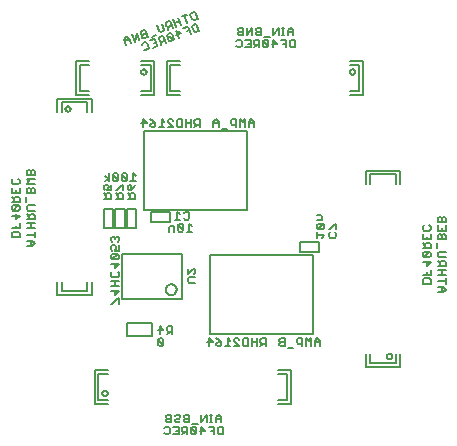
<source format=gbo>
G75*
%MOIN*%
%OFA0B0*%
%FSLAX24Y24*%
%IPPOS*%
%LPD*%
%AMOC8*
5,1,8,0,0,1.08239X$1,22.5*
%
%ADD10C,0.0050*%
%ADD11C,0.0060*%
D10*
X006682Y005443D02*
X006682Y006577D01*
X007115Y006577D01*
X007115Y006443D02*
X006800Y006443D01*
X006800Y005577D01*
X007115Y005577D01*
X007115Y005443D02*
X006682Y005443D01*
X006938Y005792D02*
X006940Y005811D01*
X006946Y005828D01*
X006955Y005844D01*
X006967Y005858D01*
X006982Y005869D01*
X006999Y005877D01*
X007018Y005881D01*
X007036Y005881D01*
X007055Y005877D01*
X007071Y005869D01*
X007087Y005858D01*
X007099Y005844D01*
X007108Y005828D01*
X007114Y005811D01*
X007116Y005792D01*
X007114Y005773D01*
X007108Y005756D01*
X007099Y005740D01*
X007087Y005726D01*
X007072Y005715D01*
X007055Y005707D01*
X007036Y005703D01*
X007018Y005703D01*
X006999Y005707D01*
X006983Y005715D01*
X006967Y005726D01*
X006955Y005740D01*
X006946Y005756D01*
X006940Y005773D01*
X006938Y005792D01*
X007750Y007710D02*
X007750Y008150D01*
X008590Y008150D01*
X008590Y007710D01*
X007750Y007710D01*
X006577Y009082D02*
X006577Y009515D01*
X006443Y009515D02*
X006443Y009200D01*
X005577Y009200D01*
X005577Y009515D01*
X005443Y009515D02*
X005443Y009082D01*
X006577Y009082D01*
X006990Y011310D02*
X007310Y011310D01*
X007310Y011950D01*
X006990Y011950D01*
X006990Y011310D01*
X007370Y011310D02*
X007690Y011310D01*
X007690Y011950D01*
X007370Y011950D01*
X007370Y011310D01*
X007750Y011310D02*
X008070Y011310D01*
X008070Y011950D01*
X007750Y011950D01*
X007750Y011310D01*
X008330Y011890D02*
X011770Y011890D01*
X011770Y014530D01*
X008330Y014530D01*
X008330Y011890D01*
X008550Y011830D02*
X008550Y011510D01*
X009190Y011510D01*
X009190Y011830D01*
X008550Y011830D01*
X010530Y010410D02*
X013970Y010410D01*
X013970Y007770D01*
X010530Y007770D01*
X010530Y010410D01*
X013530Y010510D02*
X013530Y010830D01*
X014170Y010830D01*
X014170Y010510D01*
X013530Y010510D01*
X015723Y012785D02*
X015723Y013218D01*
X016857Y013218D01*
X016857Y012785D01*
X016723Y012785D02*
X016723Y013100D01*
X015857Y013100D01*
X015857Y012785D01*
X015618Y015723D02*
X015185Y015723D01*
X015185Y015857D02*
X015500Y015857D01*
X015500Y016723D01*
X015185Y016723D01*
X015185Y016857D02*
X015618Y016857D01*
X015618Y015723D01*
X015184Y016508D02*
X015186Y016527D01*
X015192Y016544D01*
X015201Y016560D01*
X015213Y016574D01*
X015228Y016585D01*
X015245Y016593D01*
X015264Y016597D01*
X015282Y016597D01*
X015301Y016593D01*
X015317Y016585D01*
X015333Y016574D01*
X015345Y016560D01*
X015354Y016544D01*
X015360Y016527D01*
X015362Y016508D01*
X015360Y016489D01*
X015354Y016472D01*
X015345Y016456D01*
X015333Y016442D01*
X015318Y016431D01*
X015301Y016423D01*
X015282Y016419D01*
X015264Y016419D01*
X015245Y016423D01*
X015229Y016431D01*
X015213Y016442D01*
X015201Y016456D01*
X015192Y016472D01*
X015186Y016489D01*
X015184Y016508D01*
X009515Y016723D02*
X009200Y016723D01*
X009200Y015857D01*
X009515Y015857D01*
X009515Y015723D02*
X009082Y015723D01*
X009082Y016857D01*
X009515Y016857D01*
X008669Y016857D02*
X008236Y016857D01*
X008236Y016723D02*
X008551Y016723D01*
X008551Y015857D01*
X008236Y015857D01*
X008236Y015723D02*
X008669Y015723D01*
X008669Y016857D01*
X008235Y016508D02*
X008237Y016527D01*
X008243Y016544D01*
X008252Y016560D01*
X008264Y016574D01*
X008279Y016585D01*
X008296Y016593D01*
X008315Y016597D01*
X008333Y016597D01*
X008352Y016593D01*
X008368Y016585D01*
X008384Y016574D01*
X008396Y016560D01*
X008405Y016544D01*
X008411Y016527D01*
X008413Y016508D01*
X008411Y016489D01*
X008405Y016472D01*
X008396Y016456D01*
X008384Y016442D01*
X008369Y016431D01*
X008352Y016423D01*
X008333Y016419D01*
X008315Y016419D01*
X008296Y016423D01*
X008280Y016431D01*
X008264Y016442D01*
X008252Y016456D01*
X008243Y016472D01*
X008237Y016489D01*
X008235Y016508D01*
X006504Y016723D02*
X006189Y016723D01*
X006189Y015857D01*
X006504Y015857D01*
X006504Y015723D02*
X006071Y015723D01*
X006071Y016857D01*
X006504Y016857D01*
X006577Y015618D02*
X005443Y015618D01*
X005443Y015185D01*
X005577Y015185D02*
X005577Y015500D01*
X006443Y015500D01*
X006443Y015185D01*
X006577Y015185D02*
X006577Y015618D01*
X005703Y015273D02*
X005705Y015292D01*
X005711Y015309D01*
X005720Y015325D01*
X005732Y015339D01*
X005747Y015350D01*
X005764Y015358D01*
X005783Y015362D01*
X005801Y015362D01*
X005820Y015358D01*
X005836Y015350D01*
X005852Y015339D01*
X005864Y015325D01*
X005873Y015309D01*
X005879Y015292D01*
X005881Y015273D01*
X005879Y015254D01*
X005873Y015237D01*
X005864Y015221D01*
X005852Y015207D01*
X005837Y015196D01*
X005820Y015188D01*
X005801Y015184D01*
X005783Y015184D01*
X005764Y015188D01*
X005748Y015196D01*
X005732Y015207D01*
X005720Y015221D01*
X005711Y015237D01*
X005705Y015254D01*
X005703Y015273D01*
X012785Y006577D02*
X013218Y006577D01*
X013218Y005443D01*
X012785Y005443D01*
X012785Y005577D02*
X013100Y005577D01*
X013100Y006443D01*
X012785Y006443D01*
X015723Y006682D02*
X015723Y007115D01*
X015857Y007115D02*
X015857Y006800D01*
X016723Y006800D01*
X016723Y007115D01*
X016857Y007115D02*
X016857Y006682D01*
X015723Y006682D01*
X016419Y007027D02*
X016421Y007046D01*
X016427Y007063D01*
X016436Y007079D01*
X016448Y007093D01*
X016463Y007104D01*
X016480Y007112D01*
X016499Y007116D01*
X016517Y007116D01*
X016536Y007112D01*
X016552Y007104D01*
X016568Y007093D01*
X016580Y007079D01*
X016589Y007063D01*
X016595Y007046D01*
X016597Y007027D01*
X016595Y007008D01*
X016589Y006991D01*
X016580Y006975D01*
X016568Y006961D01*
X016553Y006950D01*
X016536Y006942D01*
X016517Y006938D01*
X016499Y006938D01*
X016480Y006942D01*
X016464Y006950D01*
X016448Y006961D01*
X016436Y006975D01*
X016427Y006991D01*
X016421Y007008D01*
X016419Y007027D01*
D11*
X014193Y007360D02*
X014193Y007533D01*
X014107Y007620D01*
X014020Y007533D01*
X014020Y007360D01*
X013899Y007360D02*
X013899Y007620D01*
X013812Y007533D01*
X013725Y007620D01*
X013725Y007360D01*
X013604Y007360D02*
X013604Y007620D01*
X013474Y007620D01*
X013430Y007577D01*
X013430Y007490D01*
X013474Y007447D01*
X013604Y007447D01*
X014020Y007490D02*
X014193Y007490D01*
X013309Y007317D02*
X013136Y007317D01*
X013015Y007360D02*
X012885Y007360D01*
X012841Y007403D01*
X012841Y007447D01*
X012885Y007490D01*
X013015Y007490D01*
X013015Y007360D02*
X013015Y007620D01*
X012885Y007620D01*
X012841Y007577D01*
X012841Y007533D01*
X012885Y007490D01*
X012383Y007447D02*
X012252Y007447D01*
X012209Y007490D01*
X012209Y007577D01*
X012252Y007620D01*
X012383Y007620D01*
X012383Y007360D01*
X012296Y007447D02*
X012209Y007360D01*
X012088Y007360D02*
X012088Y007620D01*
X012088Y007490D02*
X011914Y007490D01*
X011914Y007620D02*
X011914Y007360D01*
X011793Y007360D02*
X011793Y007620D01*
X011663Y007620D01*
X011620Y007577D01*
X011620Y007403D01*
X011663Y007360D01*
X011793Y007360D01*
X011499Y007360D02*
X011325Y007533D01*
X011325Y007577D01*
X011368Y007620D01*
X011455Y007620D01*
X011499Y007577D01*
X011499Y007360D02*
X011325Y007360D01*
X011204Y007360D02*
X011030Y007360D01*
X011117Y007360D02*
X011117Y007620D01*
X011204Y007533D01*
X010909Y007490D02*
X010779Y007490D01*
X010736Y007447D01*
X010736Y007403D01*
X010779Y007360D01*
X010866Y007360D01*
X010909Y007403D01*
X010909Y007490D01*
X010823Y007577D01*
X010736Y007620D01*
X010615Y007490D02*
X010441Y007490D01*
X010485Y007360D02*
X010485Y007620D01*
X010615Y007490D01*
X009269Y007760D02*
X009269Y008020D01*
X009139Y008020D01*
X009096Y007977D01*
X009096Y007890D01*
X009139Y007847D01*
X009269Y007847D01*
X009183Y007847D02*
X009096Y007760D01*
X008975Y007890D02*
X008801Y007890D01*
X008845Y007760D02*
X008845Y008020D01*
X008975Y007890D01*
X008931Y007620D02*
X008845Y007620D01*
X008801Y007577D01*
X008975Y007403D01*
X008931Y007360D01*
X008845Y007360D01*
X008801Y007403D01*
X008801Y007577D01*
X008931Y007620D02*
X008975Y007577D01*
X008975Y007403D01*
X009590Y008920D02*
X007590Y008920D01*
X007590Y010420D01*
X009590Y010420D01*
X009590Y008920D01*
X009050Y009248D02*
X009052Y009274D01*
X009058Y009300D01*
X009067Y009325D01*
X009080Y009348D01*
X009096Y009369D01*
X009115Y009387D01*
X009137Y009403D01*
X009160Y009415D01*
X009185Y009423D01*
X009211Y009428D01*
X009238Y009429D01*
X009264Y009426D01*
X009289Y009419D01*
X009314Y009409D01*
X009336Y009395D01*
X009357Y009378D01*
X009374Y009359D01*
X009389Y009337D01*
X009400Y009313D01*
X009408Y009287D01*
X009412Y009261D01*
X009412Y009235D01*
X009408Y009209D01*
X009400Y009183D01*
X009389Y009159D01*
X009374Y009137D01*
X009357Y009118D01*
X009336Y009101D01*
X009314Y009087D01*
X009289Y009077D01*
X009264Y009070D01*
X009238Y009067D01*
X009211Y009068D01*
X009185Y009073D01*
X009160Y009081D01*
X009137Y009093D01*
X009115Y009109D01*
X009096Y009127D01*
X009080Y009148D01*
X009067Y009171D01*
X009058Y009196D01*
X009052Y009222D01*
X009050Y009248D01*
X009780Y009523D02*
X009780Y009610D01*
X009823Y009653D01*
X010040Y009653D01*
X009997Y009775D02*
X010040Y009818D01*
X010040Y009905D01*
X009997Y009948D01*
X009953Y009948D01*
X009780Y009775D01*
X009780Y009948D01*
X009780Y009523D02*
X009823Y009480D01*
X010040Y009480D01*
X009920Y011180D02*
X009747Y011180D01*
X009833Y011180D02*
X009833Y011440D01*
X009920Y011353D01*
X009777Y011580D02*
X009690Y011580D01*
X009647Y011623D01*
X009525Y011580D02*
X009352Y011580D01*
X009439Y011580D02*
X009439Y011840D01*
X009525Y011753D01*
X009647Y011797D02*
X009690Y011840D01*
X009777Y011840D01*
X009820Y011797D01*
X009820Y011623D01*
X009777Y011580D01*
X009625Y011397D02*
X009582Y011440D01*
X009495Y011440D01*
X009452Y011397D01*
X009625Y011223D01*
X009582Y011180D01*
X009495Y011180D01*
X009452Y011223D01*
X009452Y011397D01*
X009331Y011353D02*
X009201Y011353D01*
X009157Y011310D01*
X009157Y011180D01*
X009331Y011180D02*
X009331Y011353D01*
X009625Y011397D02*
X009625Y011223D01*
X008040Y012280D02*
X008040Y012410D01*
X007997Y012453D01*
X007910Y012453D01*
X007867Y012410D01*
X007867Y012280D01*
X007867Y012367D02*
X007780Y012453D01*
X007823Y012575D02*
X007780Y012618D01*
X007780Y012705D01*
X007823Y012748D01*
X007867Y012748D01*
X007910Y012705D01*
X007910Y012575D01*
X007823Y012575D01*
X007910Y012575D02*
X007997Y012661D01*
X008040Y012748D01*
X008049Y012860D02*
X007876Y012860D01*
X007963Y012860D02*
X007963Y013120D01*
X008049Y013033D01*
X007755Y013077D02*
X007755Y012903D01*
X007581Y013077D01*
X007581Y012903D01*
X007625Y012860D01*
X007711Y012860D01*
X007755Y012903D01*
X007755Y013077D02*
X007711Y013120D01*
X007625Y013120D01*
X007581Y013077D01*
X007460Y013077D02*
X007417Y013120D01*
X007330Y013120D01*
X007287Y013077D01*
X007460Y012903D01*
X007417Y012860D01*
X007330Y012860D01*
X007287Y012903D01*
X007287Y013077D01*
X007166Y013120D02*
X007166Y012860D01*
X007166Y012947D02*
X007035Y013033D01*
X007166Y012947D02*
X007035Y012860D01*
X007023Y012748D02*
X006980Y012705D01*
X006980Y012618D01*
X007023Y012575D01*
X007110Y012575D02*
X007153Y012661D01*
X007153Y012705D01*
X007110Y012748D01*
X007023Y012748D01*
X007110Y012575D02*
X007240Y012575D01*
X007240Y012748D01*
X007380Y012575D02*
X007423Y012575D01*
X007597Y012748D01*
X007640Y012748D01*
X007640Y012575D01*
X007597Y012453D02*
X007510Y012453D01*
X007467Y012410D01*
X007467Y012280D01*
X007467Y012367D02*
X007380Y012453D01*
X007240Y012410D02*
X007197Y012453D01*
X007110Y012453D01*
X007067Y012410D01*
X007067Y012280D01*
X007067Y012367D02*
X006980Y012453D01*
X006980Y012280D02*
X007240Y012280D01*
X007240Y012410D01*
X007380Y012280D02*
X007640Y012280D01*
X007640Y012410D01*
X007597Y012453D01*
X007780Y012280D02*
X008040Y012280D01*
X007460Y012903D02*
X007460Y013077D01*
X008285Y014660D02*
X008285Y014920D01*
X008415Y014790D01*
X008241Y014790D01*
X008536Y014747D02*
X008536Y014703D01*
X008579Y014660D01*
X008666Y014660D01*
X008709Y014703D01*
X008709Y014790D01*
X008579Y014790D01*
X008536Y014747D01*
X008623Y014877D02*
X008709Y014790D01*
X008623Y014877D02*
X008536Y014920D01*
X008917Y014920D02*
X008917Y014660D01*
X009004Y014660D02*
X008830Y014660D01*
X009004Y014833D02*
X008917Y014920D01*
X009125Y014877D02*
X009168Y014920D01*
X009255Y014920D01*
X009299Y014877D01*
X009420Y014877D02*
X009420Y014703D01*
X009463Y014660D01*
X009593Y014660D01*
X009593Y014920D01*
X009463Y014920D01*
X009420Y014877D01*
X009299Y014660D02*
X009125Y014833D01*
X009125Y014877D01*
X009125Y014660D02*
X009299Y014660D01*
X009714Y014660D02*
X009714Y014920D01*
X009714Y014790D02*
X009888Y014790D01*
X010009Y014790D02*
X010052Y014747D01*
X010183Y014747D01*
X010183Y014660D02*
X010183Y014920D01*
X010052Y014920D01*
X010009Y014877D01*
X010009Y014790D01*
X010096Y014747D02*
X010009Y014660D01*
X009888Y014660D02*
X009888Y014920D01*
X010641Y014833D02*
X010641Y014660D01*
X010641Y014790D02*
X010815Y014790D01*
X010815Y014833D02*
X010728Y014920D01*
X010641Y014833D01*
X010815Y014833D02*
X010815Y014660D01*
X010936Y014617D02*
X011109Y014617D01*
X011274Y014747D02*
X011404Y014747D01*
X011404Y014660D02*
X011404Y014920D01*
X011274Y014920D01*
X011230Y014877D01*
X011230Y014790D01*
X011274Y014747D01*
X011525Y014660D02*
X011525Y014920D01*
X011612Y014833D01*
X011699Y014920D01*
X011699Y014660D01*
X011820Y014660D02*
X011820Y014833D01*
X011907Y014920D01*
X011993Y014833D01*
X011993Y014660D01*
X011993Y014790D02*
X011820Y014790D01*
X011878Y017320D02*
X011705Y017320D01*
X011583Y017363D02*
X011583Y017537D01*
X011540Y017580D01*
X011453Y017580D01*
X011410Y017537D01*
X011410Y017363D02*
X011453Y017320D01*
X011540Y017320D01*
X011583Y017363D01*
X011791Y017450D02*
X011878Y017450D01*
X011999Y017450D02*
X012043Y017407D01*
X012173Y017407D01*
X012173Y017320D02*
X012173Y017580D01*
X012043Y017580D01*
X011999Y017537D01*
X011999Y017450D01*
X012086Y017407D02*
X011999Y017320D01*
X011878Y017320D02*
X011878Y017580D01*
X011705Y017580D01*
X011754Y017720D02*
X011754Y017980D01*
X011632Y017980D02*
X011502Y017980D01*
X011459Y017937D01*
X011459Y017893D01*
X011502Y017850D01*
X011632Y017850D01*
X011502Y017850D02*
X011459Y017807D01*
X011459Y017763D01*
X011502Y017720D01*
X011632Y017720D01*
X011632Y017980D01*
X011754Y017720D02*
X011927Y017980D01*
X011927Y017720D01*
X012048Y017763D02*
X012092Y017720D01*
X012222Y017720D01*
X012222Y017980D01*
X012092Y017980D01*
X012048Y017937D01*
X012048Y017893D01*
X012092Y017850D01*
X012222Y017850D01*
X012092Y017850D02*
X012048Y017807D01*
X012048Y017763D01*
X012343Y017677D02*
X012516Y017677D01*
X012638Y017720D02*
X012638Y017980D01*
X012811Y017980D02*
X012638Y017720D01*
X012632Y017580D02*
X012762Y017450D01*
X012588Y017450D01*
X012632Y017320D02*
X012632Y017580D01*
X012467Y017537D02*
X012467Y017363D01*
X012294Y017537D01*
X012294Y017363D01*
X012337Y017320D01*
X012424Y017320D01*
X012467Y017363D01*
X012467Y017537D02*
X012424Y017580D01*
X012337Y017580D01*
X012294Y017537D01*
X012811Y017720D02*
X012811Y017980D01*
X012921Y017980D02*
X013008Y017980D01*
X012964Y017980D02*
X012964Y017720D01*
X012921Y017720D02*
X013008Y017720D01*
X013129Y017720D02*
X013129Y017893D01*
X013215Y017980D01*
X013302Y017893D01*
X013302Y017720D01*
X013302Y017850D02*
X013129Y017850D01*
X013057Y017580D02*
X012883Y017580D01*
X012970Y017450D02*
X013057Y017450D01*
X013057Y017320D02*
X013057Y017580D01*
X013178Y017537D02*
X013178Y017363D01*
X013221Y017320D01*
X013351Y017320D01*
X013351Y017580D01*
X013221Y017580D01*
X013178Y017537D01*
X010159Y017873D02*
X010037Y017828D01*
X009981Y017854D01*
X009922Y018017D01*
X009948Y018073D01*
X010070Y018117D01*
X010159Y017873D01*
X009882Y017772D02*
X009793Y018016D01*
X009630Y017957D01*
X009559Y018073D02*
X009470Y018317D01*
X009584Y018359D02*
X009747Y018418D01*
X009666Y018388D02*
X009755Y018144D01*
X009935Y018256D02*
X009876Y018419D01*
X009902Y018474D01*
X010024Y018519D01*
X010113Y018274D01*
X009991Y018230D01*
X009935Y018256D01*
X009838Y017894D02*
X009756Y017864D01*
X009561Y017793D02*
X009398Y017734D01*
X009483Y017627D02*
X009394Y017871D01*
X009561Y017793D01*
X009396Y018013D02*
X009307Y018258D01*
X009193Y018216D02*
X009071Y018172D01*
X009045Y018116D01*
X009075Y018035D01*
X009130Y018009D01*
X009253Y018053D01*
X009282Y017972D02*
X009193Y018216D01*
X009352Y018136D02*
X009515Y018195D01*
X009171Y018024D02*
X009119Y017913D01*
X008991Y017912D02*
X008965Y017856D01*
X008883Y017827D01*
X008828Y017853D01*
X008753Y018056D01*
X008916Y018116D02*
X008991Y017912D01*
X009117Y017770D02*
X009091Y017715D01*
X009314Y017611D01*
X009288Y017555D01*
X009206Y017526D01*
X009151Y017552D01*
X009091Y017715D01*
X009117Y017770D02*
X009199Y017800D01*
X009254Y017774D01*
X009314Y017611D01*
X009052Y017470D02*
X008963Y017714D01*
X008840Y017670D01*
X008814Y017614D01*
X008844Y017532D01*
X008900Y017507D01*
X009022Y017551D01*
X008940Y017521D02*
X008889Y017410D01*
X008775Y017369D02*
X008612Y017309D01*
X008483Y017309D02*
X008457Y017253D01*
X008376Y017223D01*
X008320Y017249D01*
X008483Y017309D02*
X008424Y017472D01*
X008368Y017498D01*
X008287Y017468D01*
X008261Y017412D01*
X008175Y017569D02*
X008086Y017813D01*
X008012Y017509D01*
X007923Y017754D01*
X007839Y017631D02*
X007727Y017683D01*
X007676Y017572D01*
X007735Y017409D01*
X007690Y017531D02*
X007853Y017590D01*
X007839Y017631D02*
X007898Y017468D01*
X008229Y017773D02*
X008285Y017747D01*
X008407Y017792D01*
X008363Y017914D02*
X008452Y017670D01*
X008329Y017625D01*
X008274Y017651D01*
X008259Y017692D01*
X008285Y017747D01*
X008229Y017773D02*
X008214Y017814D01*
X008240Y017870D01*
X008363Y017914D01*
X008580Y017670D02*
X008743Y017730D01*
X008686Y017613D02*
X008775Y017369D01*
X008730Y017491D02*
X008649Y017461D01*
X008523Y017554D02*
X008686Y017613D01*
X004637Y013235D02*
X004593Y013235D01*
X004550Y013191D01*
X004550Y013061D01*
X004420Y013061D02*
X004680Y013061D01*
X004680Y013191D01*
X004637Y013235D01*
X004550Y013191D02*
X004507Y013235D01*
X004463Y013235D01*
X004420Y013191D01*
X004420Y013061D01*
X004420Y012940D02*
X004680Y012940D01*
X004680Y012767D02*
X004420Y012767D01*
X004507Y012853D01*
X004420Y012940D01*
X004180Y012897D02*
X004180Y012810D01*
X004137Y012767D01*
X003963Y012767D01*
X003920Y012810D01*
X003920Y012897D01*
X003963Y012940D01*
X004137Y012940D02*
X004180Y012897D01*
X004180Y012645D02*
X004180Y012472D01*
X003920Y012472D01*
X003920Y012645D01*
X004050Y012559D02*
X004050Y012472D01*
X004050Y012351D02*
X004007Y012307D01*
X004007Y012177D01*
X003920Y012177D02*
X004180Y012177D01*
X004180Y012307D01*
X004137Y012351D01*
X004050Y012351D01*
X004007Y012264D02*
X003920Y012351D01*
X003963Y012056D02*
X003920Y012013D01*
X003920Y011926D01*
X003963Y011883D01*
X004137Y012056D01*
X003963Y012056D01*
X003963Y011883D02*
X004137Y011883D01*
X004180Y011926D01*
X004180Y012013D01*
X004137Y012056D01*
X004377Y012177D02*
X004377Y012351D01*
X004420Y012472D02*
X004420Y012602D01*
X004463Y012645D01*
X004507Y012645D01*
X004550Y012602D01*
X004550Y012472D01*
X004420Y012472D02*
X004680Y012472D01*
X004680Y012602D01*
X004637Y012645D01*
X004593Y012645D01*
X004550Y012602D01*
X004463Y012056D02*
X004680Y012056D01*
X004680Y011883D02*
X004463Y011883D01*
X004420Y011926D01*
X004420Y012013D01*
X004463Y012056D01*
X004420Y011762D02*
X004507Y011675D01*
X004507Y011718D02*
X004507Y011588D01*
X004420Y011588D02*
X004680Y011588D01*
X004680Y011718D01*
X004637Y011762D01*
X004550Y011762D01*
X004507Y011718D01*
X004550Y011467D02*
X004550Y011293D01*
X004420Y011293D02*
X004680Y011293D01*
X004680Y011172D02*
X004680Y010999D01*
X004680Y011085D02*
X004420Y011085D01*
X004420Y010878D02*
X004593Y010878D01*
X004680Y010791D01*
X004593Y010704D01*
X004420Y010704D01*
X004550Y010704D02*
X004550Y010878D01*
X004180Y010999D02*
X004180Y011129D01*
X004137Y011172D01*
X003963Y011172D01*
X003920Y011129D01*
X003920Y010999D01*
X004180Y010999D01*
X004180Y011293D02*
X003920Y011293D01*
X004050Y011293D02*
X004050Y011380D01*
X004180Y011293D02*
X004180Y011467D01*
X004050Y011588D02*
X004050Y011762D01*
X003920Y011718D02*
X004180Y011718D01*
X004050Y011588D01*
X004420Y011467D02*
X004680Y011467D01*
X007230Y010973D02*
X007230Y010886D01*
X007273Y010843D01*
X007273Y010721D02*
X007230Y010678D01*
X007230Y010591D01*
X007273Y010548D01*
X007360Y010548D02*
X007403Y010635D01*
X007403Y010678D01*
X007360Y010721D01*
X007273Y010721D01*
X007360Y010548D02*
X007490Y010548D01*
X007490Y010721D01*
X007447Y010843D02*
X007490Y010886D01*
X007490Y010973D01*
X007447Y011016D01*
X007403Y011016D01*
X007360Y010973D01*
X007317Y011016D01*
X007273Y011016D01*
X007230Y010973D01*
X007360Y010973D02*
X007360Y010929D01*
X007273Y010427D02*
X007230Y010383D01*
X007230Y010297D01*
X007273Y010253D01*
X007447Y010427D01*
X007273Y010427D01*
X007273Y010253D02*
X007447Y010253D01*
X007490Y010297D01*
X007490Y010383D01*
X007447Y010427D01*
X007360Y010132D02*
X007360Y009959D01*
X007490Y010089D01*
X007230Y010089D01*
X007273Y009837D02*
X007230Y009794D01*
X007230Y009707D01*
X007273Y009664D01*
X007447Y009664D01*
X007490Y009707D01*
X007490Y009794D01*
X007447Y009837D01*
X007490Y009543D02*
X007230Y009543D01*
X007360Y009543D02*
X007360Y009369D01*
X007360Y009248D02*
X007360Y009075D01*
X007490Y009205D01*
X007230Y009205D01*
X007230Y009369D02*
X007490Y009369D01*
X007490Y008953D02*
X007447Y008953D01*
X007273Y008780D01*
X007230Y008780D01*
X007490Y008780D02*
X007490Y008953D01*
X009102Y005080D02*
X009059Y005037D01*
X009059Y004993D01*
X009102Y004950D01*
X009232Y004950D01*
X009354Y004907D02*
X009354Y004863D01*
X009397Y004820D01*
X009484Y004820D01*
X009527Y004863D01*
X009484Y004950D02*
X009397Y004950D01*
X009354Y004907D01*
X009354Y005037D02*
X009397Y005080D01*
X009484Y005080D01*
X009527Y005037D01*
X009527Y004993D01*
X009484Y004950D01*
X009648Y004907D02*
X009648Y004863D01*
X009692Y004820D01*
X009822Y004820D01*
X009822Y005080D01*
X009692Y005080D01*
X009648Y005037D01*
X009648Y004993D01*
X009692Y004950D01*
X009822Y004950D01*
X009692Y004950D02*
X009648Y004907D01*
X009943Y004777D02*
X010116Y004777D01*
X010238Y004820D02*
X010238Y005080D01*
X010411Y005080D02*
X010238Y004820D01*
X010232Y004680D02*
X010362Y004550D01*
X010188Y004550D01*
X010232Y004420D02*
X010232Y004680D01*
X010067Y004637D02*
X010024Y004680D01*
X009937Y004680D01*
X009894Y004637D01*
X010067Y004463D01*
X010024Y004420D01*
X009937Y004420D01*
X009894Y004463D01*
X009894Y004637D01*
X009773Y004680D02*
X009773Y004420D01*
X009773Y004507D02*
X009643Y004507D01*
X009599Y004550D01*
X009599Y004637D01*
X009643Y004680D01*
X009773Y004680D01*
X009686Y004507D02*
X009599Y004420D01*
X009478Y004420D02*
X009478Y004680D01*
X009305Y004680D01*
X009183Y004637D02*
X009183Y004463D01*
X009140Y004420D01*
X009053Y004420D01*
X009010Y004463D01*
X009010Y004637D02*
X009053Y004680D01*
X009140Y004680D01*
X009183Y004637D01*
X009232Y004820D02*
X009102Y004820D01*
X009059Y004863D01*
X009059Y004907D01*
X009102Y004950D01*
X009102Y005080D02*
X009232Y005080D01*
X009232Y004820D01*
X009391Y004550D02*
X009478Y004550D01*
X009478Y004420D02*
X009305Y004420D01*
X010067Y004463D02*
X010067Y004637D01*
X010411Y004820D02*
X010411Y005080D01*
X010521Y005080D02*
X010608Y005080D01*
X010564Y005080D02*
X010564Y004820D01*
X010521Y004820D02*
X010608Y004820D01*
X010729Y004820D02*
X010729Y004993D01*
X010815Y005080D01*
X010902Y004993D01*
X010902Y004820D01*
X010902Y004950D02*
X010729Y004950D01*
X010657Y004680D02*
X010483Y004680D01*
X010570Y004550D02*
X010657Y004550D01*
X010657Y004420D02*
X010657Y004680D01*
X010778Y004637D02*
X010821Y004680D01*
X010951Y004680D01*
X010951Y004420D01*
X010821Y004420D01*
X010778Y004463D01*
X010778Y004637D01*
X014080Y010980D02*
X014080Y011153D01*
X014080Y011067D02*
X014340Y011067D01*
X014253Y010980D01*
X014480Y011023D02*
X014480Y011110D01*
X014523Y011153D01*
X014523Y011275D02*
X014480Y011275D01*
X014523Y011275D02*
X014697Y011448D01*
X014740Y011448D01*
X014740Y011275D01*
X014697Y011153D02*
X014740Y011110D01*
X014740Y011023D01*
X014697Y010980D01*
X014523Y010980D01*
X014480Y011023D01*
X014297Y011275D02*
X014123Y011275D01*
X014297Y011448D01*
X014123Y011448D01*
X014080Y011405D01*
X014080Y011318D01*
X014123Y011275D01*
X014297Y011275D02*
X014340Y011318D01*
X014340Y011405D01*
X014297Y011448D01*
X014253Y011569D02*
X014253Y011699D01*
X014210Y011743D01*
X014080Y011743D01*
X014080Y011569D02*
X014253Y011569D01*
X017620Y011347D02*
X017663Y011390D01*
X017620Y011347D02*
X017620Y011260D01*
X017663Y011217D01*
X017837Y011217D01*
X017880Y011260D01*
X017880Y011347D01*
X017837Y011390D01*
X018120Y011390D02*
X018120Y011217D01*
X018380Y011217D01*
X018380Y011390D01*
X018380Y011511D02*
X018380Y011641D01*
X018337Y011685D01*
X018293Y011685D01*
X018250Y011641D01*
X018250Y011511D01*
X018120Y011511D02*
X018120Y011641D01*
X018163Y011685D01*
X018207Y011685D01*
X018250Y011641D01*
X018120Y011511D02*
X018380Y011511D01*
X018250Y011303D02*
X018250Y011217D01*
X018207Y011095D02*
X018163Y011095D01*
X018120Y011052D01*
X018120Y010922D01*
X018380Y010922D01*
X018380Y011052D01*
X018337Y011095D01*
X018293Y011095D01*
X018250Y011052D01*
X018250Y010922D01*
X018250Y011052D02*
X018207Y011095D01*
X018077Y010801D02*
X018077Y010627D01*
X018163Y010506D02*
X018380Y010506D01*
X018380Y010333D02*
X018163Y010333D01*
X018120Y010376D01*
X018120Y010463D01*
X018163Y010506D01*
X017880Y010463D02*
X017837Y010506D01*
X017663Y010333D01*
X017620Y010376D01*
X017620Y010463D01*
X017663Y010506D01*
X017837Y010506D01*
X017880Y010463D02*
X017880Y010376D01*
X017837Y010333D01*
X017663Y010333D01*
X017750Y010212D02*
X017750Y010038D01*
X017880Y010168D01*
X017620Y010168D01*
X017880Y009917D02*
X017880Y009743D01*
X017620Y009743D01*
X017663Y009622D02*
X017837Y009622D01*
X017880Y009579D01*
X017880Y009449D01*
X017620Y009449D01*
X017620Y009579D01*
X017663Y009622D01*
X017750Y009743D02*
X017750Y009830D01*
X018120Y009743D02*
X018380Y009743D01*
X018380Y009622D02*
X018380Y009449D01*
X018380Y009535D02*
X018120Y009535D01*
X018120Y009328D02*
X018293Y009328D01*
X018380Y009241D01*
X018293Y009154D01*
X018120Y009154D01*
X018250Y009154D02*
X018250Y009328D01*
X018250Y009743D02*
X018250Y009917D01*
X018207Y010038D02*
X018207Y010168D01*
X018250Y010212D01*
X018337Y010212D01*
X018380Y010168D01*
X018380Y010038D01*
X018120Y010038D01*
X018120Y009917D02*
X018380Y009917D01*
X018207Y010125D02*
X018120Y010212D01*
X017880Y010627D02*
X017620Y010627D01*
X017707Y010627D02*
X017707Y010757D01*
X017750Y010801D01*
X017837Y010801D01*
X017880Y010757D01*
X017880Y010627D01*
X017707Y010714D02*
X017620Y010801D01*
X017620Y010922D02*
X017620Y011095D01*
X017750Y011009D02*
X017750Y010922D01*
X017880Y010922D02*
X017620Y010922D01*
X017880Y010922D02*
X017880Y011095D01*
M02*

</source>
